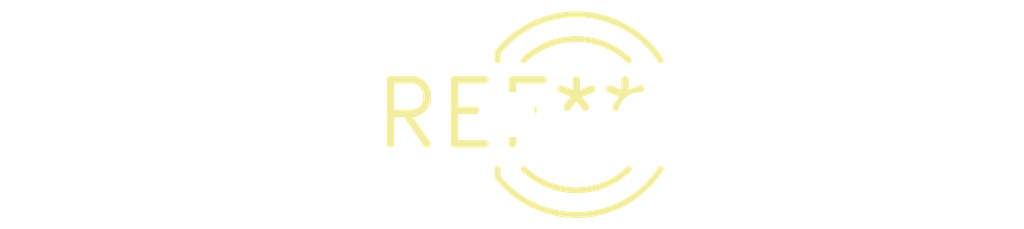
<source format=kicad_pcb>
(kicad_pcb (version 20240108) (generator pcbnew)
  (layers (0 "F.Cu" signal) (31 "B.Cu" signal) (34 "B.Paste" user) (35 "F.Paste" user) (36 "B.SilkS" user "B.Silkscreen") (37 "F.SilkS" user "F.Silkscreen") (38 "B.Mask" user) (39 "F.Mask" user) (44 "Edge.Cuts" user))
  (net 0 "")
  (footprint "LED_D3.0mm_IRBlack" (layer "F.Cu") (at 0 0)
    (property "Reference" "REF**")
    (property "Value" "LED_D3.0mm_IRBlack")
    (fp_line (start -0.29 -1.236) (end -0.29 -1.08) (layer "F.SilkS") (stroke (width 0.12)))
    (fp_line (start -0.29 1.08) (end -0.29 1.236) (layer "F.SilkS") (stroke (width 0.12)))
    (fp_arc (start -0.29 -1.235516) (mid 1.366487 -1.987659) (end 2.942335 -1.078608) (layer "F.SilkS") (stroke (width 0.12)))
    (fp_arc (start 0.229039 -1.08) (mid 1.270117 -1.5) (end 2.31113 -1.079837) (layer "F.SilkS") (stroke (width 0.12)))
    (fp_arc (start 2.31113 1.079837) (mid 1.270117 1.5) (end 0.229039 1.08) (layer "F.SilkS") (stroke (width 0.12)))
    (fp_arc (start 2.942335 1.078608) (mid 1.366487 1.987659) (end -0.29 1.235516) (layer "F.SilkS") (stroke (width 0.12)))
    (pad "1" thru_hole rect (at 0 0) (size 1.8 1.8) (drill 0.9) (layers *.Cu *.Mask) (remove_unused_layers))
    (pad "2" thru_hole circle (at 2.54 0) (size 1.8 1.8) (drill 0.9) (layers *.Cu *.Mask) (remove_unused_layers))
  )
)
</source>
